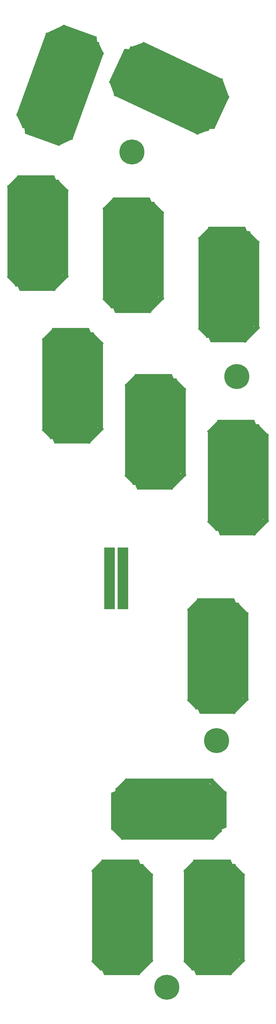
<source format=gbr>
G04 #@! TF.FileFunction,Soldermask,Top*
%FSLAX46Y46*%
G04 Gerber Fmt 4.6, Leading zero omitted, Abs format (unit mm)*
G04 Created by KiCad (PCBNEW 4.0.6) date 04/30/18 12:25:27*
%MOMM*%
%LPD*%
G01*
G04 APERTURE LIST*
%ADD10C,0.100000*%
%ADD11R,15.300000X1.400000*%
%ADD12R,1.400000X25.350000*%
%ADD13R,14.800000X1.400000*%
%ADD14R,1.400000X24.050000*%
%ADD15R,1.400000X15.300000*%
%ADD16R,25.350000X1.400000*%
%ADD17R,1.400000X14.800000*%
%ADD18R,24.050000X1.400000*%
%ADD19C,6.800000*%
%ADD20R,2.900000X1.550000*%
G04 APERTURE END LIST*
D10*
G36*
X32870600Y-60924529D02*
X43395158Y-64755155D01*
X42352514Y-65865513D01*
X32955588Y-62445311D01*
X32870600Y-60924529D01*
X32870600Y-60924529D01*
G37*
G36*
X32751755Y-58327247D02*
X46095391Y-63183933D01*
X45052747Y-64294291D01*
X32836743Y-59848029D01*
X32751755Y-58327247D01*
X32751755Y-58327247D01*
G37*
G36*
X32585927Y-55712863D02*
X46963224Y-60945771D01*
X46484395Y-62261341D01*
X32107098Y-57028433D01*
X32585927Y-55712863D01*
X32585927Y-55712863D01*
G37*
G36*
X53919016Y-41981081D02*
X39494734Y-36731072D01*
X40537378Y-35620715D01*
X53834028Y-40460300D01*
X53919016Y-41981081D01*
X53919016Y-41981081D01*
G37*
G36*
X35869321Y-46691814D02*
X50246618Y-51924722D01*
X49767789Y-53240292D01*
X35390492Y-48007384D01*
X35869321Y-46691814D01*
X35869321Y-46691814D01*
G37*
G36*
X35048472Y-48947077D02*
X49425769Y-54179985D01*
X48946940Y-55495555D01*
X34569643Y-50262647D01*
X35048472Y-48947077D01*
X35048472Y-48947077D01*
G37*
G36*
X33406776Y-53457601D02*
X47784073Y-58690509D01*
X47305244Y-60006079D01*
X32927947Y-54773171D01*
X33406776Y-53457601D01*
X33406776Y-53457601D01*
G37*
G36*
X34227624Y-51202339D02*
X48604921Y-56435247D01*
X48126092Y-57750817D01*
X33748795Y-52517909D01*
X34227624Y-51202339D01*
X34227624Y-51202339D01*
G37*
G36*
X37511017Y-42181290D02*
X51888314Y-47414198D01*
X51409485Y-48729768D01*
X37032188Y-43496860D01*
X37511017Y-42181290D01*
X37511017Y-42181290D01*
G37*
G36*
X36690169Y-44436552D02*
X51067466Y-49669460D01*
X50588637Y-50985030D01*
X36211340Y-45752122D01*
X36690169Y-44436552D01*
X36690169Y-44436552D01*
G37*
G36*
X38331866Y-39926027D02*
X52709163Y-45158935D01*
X52230334Y-46474505D01*
X37853037Y-41241597D01*
X38331866Y-39926027D01*
X38331866Y-39926027D01*
G37*
G36*
X39152714Y-37670765D02*
X53530011Y-42903673D01*
X53051182Y-44219243D01*
X38673885Y-38986335D01*
X39152714Y-37670765D01*
X39152714Y-37670765D01*
G37*
G36*
X46105794Y-63931941D02*
X42118040Y-65791462D01*
X41526374Y-64522631D01*
X45514128Y-62663110D01*
X46105794Y-63931941D01*
X46105794Y-63931941D01*
G37*
G36*
X45813139Y-64251797D02*
X44497569Y-63772969D01*
X53167779Y-39951761D01*
X54483349Y-40430589D01*
X45813139Y-64251797D01*
X45813139Y-64251797D01*
G37*
G36*
X53233599Y-41454945D02*
X51699918Y-38165954D01*
X52968749Y-37574289D01*
X54502430Y-40863280D01*
X53233599Y-41454945D01*
X53233599Y-41454945D01*
G37*
G36*
X53283340Y-39195689D02*
X42194967Y-35159851D01*
X43237611Y-34049493D01*
X53198353Y-37674907D01*
X53283340Y-39195689D01*
X53283340Y-39195689D01*
G37*
G36*
X31470733Y-56583979D02*
X45378183Y-61645877D01*
X44899355Y-62961447D01*
X30991905Y-57899549D01*
X31470733Y-56583979D01*
X31470733Y-56583979D01*
G37*
G36*
X33510417Y-49664283D02*
X47887714Y-54897191D01*
X47408885Y-56212761D01*
X33031588Y-50979853D01*
X33510417Y-49664283D01*
X33510417Y-49664283D01*
G37*
G36*
X32689569Y-51919546D02*
X47066866Y-57152454D01*
X46588037Y-58468024D01*
X32210740Y-53235116D01*
X32689569Y-51919546D01*
X32689569Y-51919546D01*
G37*
G36*
X31868720Y-54174808D02*
X46246017Y-59407716D01*
X45767188Y-60723286D01*
X31389891Y-55490378D01*
X31868720Y-54174808D01*
X31868720Y-54174808D01*
G37*
G36*
X34331265Y-47409021D02*
X48708562Y-52641929D01*
X48229733Y-53957499D01*
X33852436Y-48724591D01*
X34331265Y-47409021D01*
X34331265Y-47409021D01*
G37*
G36*
X35152114Y-45153759D02*
X49529411Y-50386667D01*
X49050582Y-51702237D01*
X34673285Y-46469329D01*
X35152114Y-45153759D01*
X35152114Y-45153759D01*
G37*
G36*
X35972962Y-42898497D02*
X50350259Y-48131405D01*
X49871430Y-49446975D01*
X35494133Y-44214067D01*
X35972962Y-42898497D01*
X35972962Y-42898497D01*
G37*
G36*
X36793810Y-40643234D02*
X51171107Y-45876142D01*
X50692278Y-47191712D01*
X36314981Y-41958804D01*
X36793810Y-40643234D01*
X36793810Y-40643234D01*
G37*
G36*
X37614659Y-38387972D02*
X51991956Y-43620880D01*
X51513127Y-44936450D01*
X37135830Y-39703542D01*
X37614659Y-38387972D01*
X37614659Y-38387972D01*
G37*
G36*
X52286991Y-42664087D02*
X38379541Y-37602189D01*
X38858369Y-36286619D01*
X52765819Y-41348517D01*
X52286991Y-42664087D01*
X52286991Y-42664087D01*
G37*
G36*
X52637992Y-40237815D02*
X40046111Y-35654745D01*
X41088755Y-34544387D01*
X52553005Y-38717033D01*
X52637992Y-40237815D01*
X52637992Y-40237815D01*
G37*
G36*
X32082916Y-59360823D02*
X43500182Y-63516368D01*
X42457538Y-64626725D01*
X32167904Y-60881605D01*
X32082916Y-59360823D01*
X32082916Y-59360823D01*
G37*
G36*
X31870599Y-56538074D02*
X33645596Y-60344567D01*
X32376765Y-60936232D01*
X30601768Y-57129739D01*
X31870599Y-56538074D01*
X31870599Y-56538074D01*
G37*
G36*
X38839539Y-34949543D02*
X40155109Y-35428371D01*
X31929525Y-58027979D01*
X30613955Y-57549151D01*
X38839539Y-34949543D01*
X38839539Y-34949543D01*
G37*
G36*
X52594324Y-37667894D02*
X42351674Y-33939874D01*
X43394318Y-32829516D01*
X52509336Y-36147112D01*
X52594324Y-37667894D01*
X52594324Y-37667894D01*
G37*
G36*
X38540508Y-35272373D02*
X43797093Y-32821187D01*
X44388758Y-34090017D01*
X39132173Y-36541203D01*
X38540508Y-35272373D01*
X38540508Y-35272373D01*
G37*
G36*
X61557302Y-39484033D02*
X56823977Y-49634680D01*
X55808717Y-48499230D01*
X60034900Y-39436152D01*
X61557302Y-39484033D01*
X61557302Y-39484033D01*
G37*
G36*
X64155058Y-39592009D02*
X58153879Y-52461580D01*
X57138619Y-51326130D01*
X62632656Y-39544129D01*
X64155058Y-39592009D01*
X64155058Y-39592009D01*
G37*
G36*
X66773946Y-39654670D02*
X60307887Y-53521179D01*
X59039056Y-52929514D01*
X65505115Y-39063005D01*
X66773946Y-39654670D01*
X66773946Y-39654670D01*
G37*
G36*
X78594173Y-62103383D02*
X85081364Y-48191559D01*
X86096624Y-49327009D01*
X80116575Y-62151264D01*
X78594173Y-62103383D01*
X78594173Y-62103383D01*
G37*
G36*
X75474501Y-43711805D02*
X69008442Y-57578314D01*
X67739611Y-56986649D01*
X74205670Y-43120140D01*
X75474501Y-43711805D01*
X75474501Y-43711805D01*
G37*
G36*
X73299362Y-42697521D02*
X66833303Y-56564030D01*
X65564472Y-55972365D01*
X72030531Y-42105856D01*
X73299362Y-42697521D01*
X73299362Y-42697521D01*
G37*
G36*
X68949085Y-40668953D02*
X62483026Y-54535462D01*
X61214195Y-53943797D01*
X67680254Y-40077288D01*
X68949085Y-40668953D01*
X68949085Y-40668953D01*
G37*
G36*
X71124224Y-41683237D02*
X64658165Y-55549746D01*
X63389334Y-54958081D01*
X69855393Y-41091572D01*
X71124224Y-41683237D01*
X71124224Y-41683237D01*
G37*
G36*
X79824778Y-45740373D02*
X73358719Y-59606882D01*
X72089888Y-59015217D01*
X78555947Y-45148708D01*
X79824778Y-45740373D01*
X79824778Y-45740373D01*
G37*
G36*
X77649640Y-44726089D02*
X71183581Y-58592598D01*
X69914750Y-58000933D01*
X76380809Y-44134424D01*
X77649640Y-44726089D01*
X77649640Y-44726089D01*
G37*
G36*
X81999917Y-46754656D02*
X75533858Y-60621165D01*
X74265027Y-60029500D01*
X80731086Y-46162991D01*
X81999917Y-46754656D01*
X81999917Y-46754656D01*
G37*
G36*
X84175056Y-47768940D02*
X77708997Y-61635449D01*
X76440166Y-61043784D01*
X82906225Y-47177275D01*
X84175056Y-47768940D01*
X84175056Y-47768940D01*
G37*
G36*
X57407810Y-52406750D02*
X55902922Y-48272102D01*
X57218492Y-47793274D01*
X58723380Y-51927922D01*
X57407810Y-52406750D01*
X57407810Y-52406750D01*
G37*
G36*
X57114679Y-52087330D02*
X57706345Y-50818499D01*
X80681247Y-61531872D01*
X80089581Y-62800703D01*
X57114679Y-52087330D01*
X57114679Y-52087330D01*
G37*
G36*
X79178046Y-61466431D02*
X82588190Y-60225240D01*
X83067018Y-61540809D01*
X79656874Y-62782000D01*
X79178046Y-61466431D01*
X79178046Y-61466431D01*
G37*
G36*
X81424371Y-61712890D02*
X86411266Y-51018458D01*
X87426526Y-52153909D01*
X82946773Y-61760771D01*
X81424371Y-61712890D01*
X81424371Y-61712890D01*
G37*
G36*
X66003341Y-38467797D02*
X59748590Y-51881152D01*
X58479759Y-51289487D01*
X64734510Y-37876132D01*
X66003341Y-38467797D01*
X66003341Y-38467797D01*
G37*
G36*
X72718935Y-41102810D02*
X66252876Y-54969319D01*
X64984045Y-54377654D01*
X71450104Y-40511145D01*
X72718935Y-41102810D01*
X72718935Y-41102810D01*
G37*
G36*
X70543796Y-40088526D02*
X64077737Y-53955035D01*
X62808906Y-53363370D01*
X69274965Y-39496861D01*
X70543796Y-40088526D01*
X70543796Y-40088526D01*
G37*
G36*
X68368658Y-39074242D02*
X61902599Y-52940751D01*
X60633768Y-52349086D01*
X67099827Y-38482577D01*
X68368658Y-39074242D01*
X68368658Y-39074242D01*
G37*
G36*
X74894074Y-42117094D02*
X68428015Y-55983603D01*
X67159184Y-55391938D01*
X73625243Y-41525429D01*
X74894074Y-42117094D01*
X74894074Y-42117094D01*
G37*
G36*
X77069212Y-43131377D02*
X70603153Y-56997886D01*
X69334322Y-56406221D01*
X75800381Y-42539712D01*
X77069212Y-43131377D01*
X77069212Y-43131377D01*
G37*
G36*
X79244351Y-44145661D02*
X72778292Y-58012170D01*
X71509461Y-57420505D01*
X77975520Y-43553996D01*
X79244351Y-44145661D01*
X79244351Y-44145661D01*
G37*
G36*
X81419490Y-45159945D02*
X74953431Y-59026454D01*
X73684600Y-58434789D01*
X80150659Y-44568280D01*
X81419490Y-45159945D01*
X81419490Y-45159945D01*
G37*
G36*
X83594628Y-46174229D02*
X77128569Y-60040738D01*
X75859738Y-59449073D01*
X82325797Y-45582564D01*
X83594628Y-46174229D01*
X83594628Y-46174229D01*
G37*
G36*
X78056007Y-60418041D02*
X84310758Y-47004686D01*
X85579589Y-47596351D01*
X79324838Y-61009706D01*
X78056007Y-60418041D01*
X78056007Y-60418041D01*
G37*
G36*
X80442455Y-60979171D02*
X86105540Y-48834647D01*
X87120800Y-49970097D01*
X81964857Y-61027052D01*
X80442455Y-60979171D01*
X80442455Y-60979171D01*
G37*
G36*
X63183709Y-38835633D02*
X58048898Y-49847273D01*
X57033638Y-48711822D01*
X61661308Y-38787752D01*
X63183709Y-38835633D01*
X63183709Y-38835633D01*
G37*
G36*
X66014221Y-38870143D02*
X62067512Y-40306627D01*
X61588683Y-38991057D01*
X65535392Y-37554573D01*
X66014221Y-38870143D01*
X66014221Y-38870143D01*
G37*
G36*
X86913217Y-47694128D02*
X86321551Y-48962959D01*
X64524849Y-38798990D01*
X65116515Y-37530159D01*
X86913217Y-47694128D01*
X86913217Y-47694128D01*
G37*
G36*
X83006403Y-61159652D02*
X87612942Y-51280897D01*
X88628202Y-52416347D01*
X84528805Y-61207533D01*
X83006403Y-61159652D01*
X83006403Y-61159652D01*
G37*
G36*
X86617679Y-47368097D02*
X88601396Y-52818314D01*
X87285827Y-53297143D01*
X85302110Y-47846926D01*
X86617679Y-47368097D01*
X86617679Y-47368097D01*
G37*
G36*
X41500000Y-75200000D02*
X30300000Y-75200000D01*
X30900000Y-73800000D01*
X40900000Y-73800000D01*
X41500000Y-75200000D01*
X41500000Y-75200000D01*
G37*
G36*
X42500000Y-77600000D02*
X28300000Y-77600000D01*
X28900000Y-76200000D01*
X41900000Y-76200000D01*
X42500000Y-77600000D01*
X42500000Y-77600000D01*
G37*
D11*
X35900000Y-79300000D03*
D10*
G36*
X28200000Y-100200000D02*
X43550000Y-100200000D01*
X42950000Y-101600000D01*
X28800000Y-101600000D01*
X28200000Y-100200000D01*
X28200000Y-100200000D01*
G37*
D11*
X35900000Y-88900000D03*
X35900000Y-86500000D03*
X35900000Y-81700000D03*
X35900000Y-84100000D03*
X35900000Y-93700000D03*
X35900000Y-91300000D03*
X35900000Y-96100000D03*
X35900000Y-98500000D03*
D10*
G36*
X28034390Y-76900660D02*
X31145660Y-73789390D01*
X32135610Y-74779340D01*
X29024340Y-77890610D01*
X28034390Y-76900660D01*
X28034390Y-76900660D01*
G37*
D12*
X28900000Y-89175000D03*
D10*
G36*
X29024029Y-100459980D02*
X31590120Y-103026071D01*
X30600171Y-104016020D01*
X28034080Y-101449929D01*
X29024029Y-100459980D01*
X29024029Y-100459980D01*
G37*
G36*
X29750000Y-102600000D02*
X41550000Y-102600000D01*
X40950000Y-104000000D01*
X30350000Y-104000000D01*
X29750000Y-102600000D01*
X29750000Y-102600000D01*
G37*
D13*
X36900000Y-78100000D03*
D11*
X37100000Y-85300000D03*
X37100000Y-82900000D03*
X37100000Y-80500000D03*
X37100000Y-87700000D03*
X37100000Y-90100000D03*
X37100000Y-92500000D03*
X37100000Y-94900000D03*
X37100000Y-97300000D03*
D13*
X36900000Y-99700000D03*
D10*
G36*
X30000000Y-101400000D02*
X43400000Y-101400000D01*
X42800000Y-102800000D01*
X30600000Y-102800000D01*
X30000000Y-101400000D01*
X30000000Y-101400000D01*
G37*
G36*
X42775000Y-76400000D02*
X30625000Y-76400000D01*
X31225000Y-75000000D01*
X42175000Y-75000000D01*
X42775000Y-76400000D01*
X42775000Y-76400000D01*
G37*
G36*
X43939949Y-78979899D02*
X40970101Y-76010051D01*
X41960051Y-75020101D01*
X44929899Y-77989949D01*
X43939949Y-78979899D01*
X43939949Y-78979899D01*
G37*
D14*
X44075000Y-89625000D03*
D10*
G36*
X30920000Y-103800000D02*
X41820000Y-103800000D01*
X41220000Y-105200000D01*
X31520000Y-105200000D01*
X30920000Y-103800000D01*
X30920000Y-103800000D01*
G37*
G36*
X44945584Y-101244365D02*
X40844365Y-105345584D01*
X39854416Y-104355635D01*
X43955635Y-100254416D01*
X44945584Y-101244365D01*
X44945584Y-101244365D01*
G37*
G36*
X67500000Y-81200000D02*
X56300000Y-81200000D01*
X56900000Y-79800000D01*
X66900000Y-79800000D01*
X67500000Y-81200000D01*
X67500000Y-81200000D01*
G37*
G36*
X68500000Y-83600000D02*
X54300000Y-83600000D01*
X54900000Y-82200000D01*
X67900000Y-82200000D01*
X68500000Y-83600000D01*
X68500000Y-83600000D01*
G37*
D11*
X61900000Y-85300000D03*
D10*
G36*
X54200000Y-106200000D02*
X69550000Y-106200000D01*
X68950000Y-107600000D01*
X54800000Y-107600000D01*
X54200000Y-106200000D01*
X54200000Y-106200000D01*
G37*
D11*
X61900000Y-94900000D03*
X61900000Y-92500000D03*
X61900000Y-87700000D03*
X61900000Y-90100000D03*
X61900000Y-99700000D03*
X61900000Y-97300000D03*
X61900000Y-102100000D03*
X61900000Y-104500000D03*
D10*
G36*
X54034390Y-82900660D02*
X57145660Y-79789390D01*
X58135610Y-80779340D01*
X55024340Y-83890610D01*
X54034390Y-82900660D01*
X54034390Y-82900660D01*
G37*
D12*
X54900000Y-95175000D03*
D10*
G36*
X55024029Y-106459980D02*
X57590120Y-109026071D01*
X56600171Y-110016020D01*
X54034080Y-107449929D01*
X55024029Y-106459980D01*
X55024029Y-106459980D01*
G37*
G36*
X55750000Y-108600000D02*
X67550000Y-108600000D01*
X66950000Y-110000000D01*
X56350000Y-110000000D01*
X55750000Y-108600000D01*
X55750000Y-108600000D01*
G37*
D13*
X62900000Y-84100000D03*
D11*
X63100000Y-91300000D03*
X63100000Y-88900000D03*
X63100000Y-86500000D03*
X63100000Y-93700000D03*
X63100000Y-96100000D03*
X63100000Y-98500000D03*
X63100000Y-100900000D03*
X63100000Y-103300000D03*
D13*
X62900000Y-105700000D03*
D10*
G36*
X56000000Y-107400000D02*
X69400000Y-107400000D01*
X68800000Y-108800000D01*
X56600000Y-108800000D01*
X56000000Y-107400000D01*
X56000000Y-107400000D01*
G37*
G36*
X68775000Y-82400000D02*
X56625000Y-82400000D01*
X57225000Y-81000000D01*
X68175000Y-81000000D01*
X68775000Y-82400000D01*
X68775000Y-82400000D01*
G37*
G36*
X69939949Y-84979899D02*
X66970101Y-82010051D01*
X67960051Y-81020101D01*
X70929899Y-83989949D01*
X69939949Y-84979899D01*
X69939949Y-84979899D01*
G37*
D14*
X70075000Y-95625000D03*
D10*
G36*
X56920000Y-109800000D02*
X67820000Y-109800000D01*
X67220000Y-111200000D01*
X57520000Y-111200000D01*
X56920000Y-109800000D01*
X56920000Y-109800000D01*
G37*
G36*
X70945584Y-107244365D02*
X66844365Y-111345584D01*
X65854416Y-110355635D01*
X69955635Y-106254416D01*
X70945584Y-107244365D01*
X70945584Y-107244365D01*
G37*
G36*
X93500000Y-89200000D02*
X82300000Y-89200000D01*
X82900000Y-87800000D01*
X92900000Y-87800000D01*
X93500000Y-89200000D01*
X93500000Y-89200000D01*
G37*
G36*
X94500000Y-91600000D02*
X80300000Y-91600000D01*
X80900000Y-90200000D01*
X93900000Y-90200000D01*
X94500000Y-91600000D01*
X94500000Y-91600000D01*
G37*
D11*
X87900000Y-93300000D03*
D10*
G36*
X80200000Y-114200000D02*
X95550000Y-114200000D01*
X94950000Y-115600000D01*
X80800000Y-115600000D01*
X80200000Y-114200000D01*
X80200000Y-114200000D01*
G37*
D11*
X87900000Y-102900000D03*
X87900000Y-100500000D03*
X87900000Y-95700000D03*
X87900000Y-98100000D03*
X87900000Y-107700000D03*
X87900000Y-105300000D03*
X87900000Y-110100000D03*
X87900000Y-112500000D03*
D10*
G36*
X80034390Y-90900660D02*
X83145660Y-87789390D01*
X84135610Y-88779340D01*
X81024340Y-91890610D01*
X80034390Y-90900660D01*
X80034390Y-90900660D01*
G37*
D12*
X80900000Y-103175000D03*
D10*
G36*
X81024029Y-114459980D02*
X83590120Y-117026071D01*
X82600171Y-118016020D01*
X80034080Y-115449929D01*
X81024029Y-114459980D01*
X81024029Y-114459980D01*
G37*
G36*
X81750000Y-116600000D02*
X93550000Y-116600000D01*
X92950000Y-118000000D01*
X82350000Y-118000000D01*
X81750000Y-116600000D01*
X81750000Y-116600000D01*
G37*
D13*
X88900000Y-92100000D03*
D11*
X89100000Y-99300000D03*
X89100000Y-96900000D03*
X89100000Y-94500000D03*
X89100000Y-101700000D03*
X89100000Y-104100000D03*
X89100000Y-106500000D03*
X89100000Y-108900000D03*
X89100000Y-111300000D03*
D13*
X88900000Y-113700000D03*
D10*
G36*
X82000000Y-115400000D02*
X95400000Y-115400000D01*
X94800000Y-116800000D01*
X82600000Y-116800000D01*
X82000000Y-115400000D01*
X82000000Y-115400000D01*
G37*
G36*
X94775000Y-90400000D02*
X82625000Y-90400000D01*
X83225000Y-89000000D01*
X94175000Y-89000000D01*
X94775000Y-90400000D01*
X94775000Y-90400000D01*
G37*
G36*
X95939949Y-92979899D02*
X92970101Y-90010051D01*
X93960051Y-89020101D01*
X96929899Y-91989949D01*
X95939949Y-92979899D01*
X95939949Y-92979899D01*
G37*
D14*
X96075000Y-103625000D03*
D10*
G36*
X82920000Y-117800000D02*
X93820000Y-117800000D01*
X93220000Y-119200000D01*
X83520000Y-119200000D01*
X82920000Y-117800000D01*
X82920000Y-117800000D01*
G37*
G36*
X96945584Y-115244365D02*
X92844365Y-119345584D01*
X91854416Y-118355635D01*
X95955635Y-114254416D01*
X96945584Y-115244365D01*
X96945584Y-115244365D01*
G37*
G36*
X51000000Y-116700000D02*
X39800000Y-116700000D01*
X40400000Y-115300000D01*
X50400000Y-115300000D01*
X51000000Y-116700000D01*
X51000000Y-116700000D01*
G37*
G36*
X52000000Y-119100000D02*
X37800000Y-119100000D01*
X38400000Y-117700000D01*
X51400000Y-117700000D01*
X52000000Y-119100000D01*
X52000000Y-119100000D01*
G37*
D11*
X45400000Y-120800000D03*
D10*
G36*
X37700000Y-141700000D02*
X53050000Y-141700000D01*
X52450000Y-143100000D01*
X38300000Y-143100000D01*
X37700000Y-141700000D01*
X37700000Y-141700000D01*
G37*
D11*
X45400000Y-130400000D03*
X45400000Y-128000000D03*
X45400000Y-123200000D03*
X45400000Y-125600000D03*
X45400000Y-135200000D03*
X45400000Y-132800000D03*
X45400000Y-137600000D03*
X45400000Y-140000000D03*
D10*
G36*
X37534390Y-118400660D02*
X40645660Y-115289390D01*
X41635610Y-116279340D01*
X38524340Y-119390610D01*
X37534390Y-118400660D01*
X37534390Y-118400660D01*
G37*
D12*
X38400000Y-130675000D03*
D10*
G36*
X38524029Y-141959980D02*
X41090120Y-144526071D01*
X40100171Y-145516020D01*
X37534080Y-142949929D01*
X38524029Y-141959980D01*
X38524029Y-141959980D01*
G37*
G36*
X39250000Y-144100000D02*
X51050000Y-144100000D01*
X50450000Y-145500000D01*
X39850000Y-145500000D01*
X39250000Y-144100000D01*
X39250000Y-144100000D01*
G37*
D13*
X46400000Y-119600000D03*
D11*
X46600000Y-126800000D03*
X46600000Y-124400000D03*
X46600000Y-122000000D03*
X46600000Y-129200000D03*
X46600000Y-131600000D03*
X46600000Y-134000000D03*
X46600000Y-136400000D03*
X46600000Y-138800000D03*
D13*
X46400000Y-141200000D03*
D10*
G36*
X39500000Y-142900000D02*
X52900000Y-142900000D01*
X52300000Y-144300000D01*
X40100000Y-144300000D01*
X39500000Y-142900000D01*
X39500000Y-142900000D01*
G37*
G36*
X52275000Y-117900000D02*
X40125000Y-117900000D01*
X40725000Y-116500000D01*
X51675000Y-116500000D01*
X52275000Y-117900000D01*
X52275000Y-117900000D01*
G37*
G36*
X53439949Y-120479899D02*
X50470101Y-117510051D01*
X51460051Y-116520101D01*
X54429899Y-119489949D01*
X53439949Y-120479899D01*
X53439949Y-120479899D01*
G37*
D14*
X53575000Y-131125000D03*
D10*
G36*
X40420000Y-145300000D02*
X51320000Y-145300000D01*
X50720000Y-146700000D01*
X41020000Y-146700000D01*
X40420000Y-145300000D01*
X40420000Y-145300000D01*
G37*
G36*
X54445584Y-142744365D02*
X50344365Y-146845584D01*
X49354416Y-145855635D01*
X53455635Y-141754416D01*
X54445584Y-142744365D01*
X54445584Y-142744365D01*
G37*
G36*
X73500000Y-129200000D02*
X62300000Y-129200000D01*
X62900000Y-127800000D01*
X72900000Y-127800000D01*
X73500000Y-129200000D01*
X73500000Y-129200000D01*
G37*
G36*
X74500000Y-131600000D02*
X60300000Y-131600000D01*
X60900000Y-130200000D01*
X73900000Y-130200000D01*
X74500000Y-131600000D01*
X74500000Y-131600000D01*
G37*
D11*
X67900000Y-133300000D03*
D10*
G36*
X60200000Y-154200000D02*
X75550000Y-154200000D01*
X74950000Y-155600000D01*
X60800000Y-155600000D01*
X60200000Y-154200000D01*
X60200000Y-154200000D01*
G37*
D11*
X67900000Y-142900000D03*
X67900000Y-140500000D03*
X67900000Y-135700000D03*
X67900000Y-138100000D03*
X67900000Y-147700000D03*
X67900000Y-145300000D03*
X67900000Y-150100000D03*
X67900000Y-152500000D03*
D10*
G36*
X60034390Y-130900660D02*
X63145660Y-127789390D01*
X64135610Y-128779340D01*
X61024340Y-131890610D01*
X60034390Y-130900660D01*
X60034390Y-130900660D01*
G37*
D12*
X60900000Y-143175000D03*
D10*
G36*
X61024029Y-154459980D02*
X63590120Y-157026071D01*
X62600171Y-158016020D01*
X60034080Y-155449929D01*
X61024029Y-154459980D01*
X61024029Y-154459980D01*
G37*
G36*
X61750000Y-156600000D02*
X73550000Y-156600000D01*
X72950000Y-158000000D01*
X62350000Y-158000000D01*
X61750000Y-156600000D01*
X61750000Y-156600000D01*
G37*
D13*
X68900000Y-132100000D03*
D11*
X69100000Y-139300000D03*
X69100000Y-136900000D03*
X69100000Y-134500000D03*
X69100000Y-141700000D03*
X69100000Y-144100000D03*
X69100000Y-146500000D03*
X69100000Y-148900000D03*
X69100000Y-151300000D03*
D13*
X68900000Y-153700000D03*
D10*
G36*
X62000000Y-155400000D02*
X75400000Y-155400000D01*
X74800000Y-156800000D01*
X62600000Y-156800000D01*
X62000000Y-155400000D01*
X62000000Y-155400000D01*
G37*
G36*
X74775000Y-130400000D02*
X62625000Y-130400000D01*
X63225000Y-129000000D01*
X74175000Y-129000000D01*
X74775000Y-130400000D01*
X74775000Y-130400000D01*
G37*
G36*
X75939949Y-132979899D02*
X72970101Y-130010051D01*
X73960051Y-129020101D01*
X76929899Y-131989949D01*
X75939949Y-132979899D01*
X75939949Y-132979899D01*
G37*
D14*
X76075000Y-143625000D03*
D10*
G36*
X62920000Y-157800000D02*
X73820000Y-157800000D01*
X73220000Y-159200000D01*
X63520000Y-159200000D01*
X62920000Y-157800000D01*
X62920000Y-157800000D01*
G37*
G36*
X76945584Y-155244365D02*
X72844365Y-159345584D01*
X71854416Y-158355635D01*
X75955635Y-154254416D01*
X76945584Y-155244365D01*
X76945584Y-155244365D01*
G37*
G36*
X96000000Y-141700000D02*
X84800000Y-141700000D01*
X85400000Y-140300000D01*
X95400000Y-140300000D01*
X96000000Y-141700000D01*
X96000000Y-141700000D01*
G37*
G36*
X97000000Y-144100000D02*
X82800000Y-144100000D01*
X83400000Y-142700000D01*
X96400000Y-142700000D01*
X97000000Y-144100000D01*
X97000000Y-144100000D01*
G37*
D11*
X90400000Y-145800000D03*
D10*
G36*
X82700000Y-166700000D02*
X98050000Y-166700000D01*
X97450000Y-168100000D01*
X83300000Y-168100000D01*
X82700000Y-166700000D01*
X82700000Y-166700000D01*
G37*
D11*
X90400000Y-155400000D03*
X90400000Y-153000000D03*
X90400000Y-148200000D03*
X90400000Y-150600000D03*
X90400000Y-160200000D03*
X90400000Y-157800000D03*
X90400000Y-162600000D03*
X90400000Y-165000000D03*
D10*
G36*
X82534390Y-143400660D02*
X85645660Y-140289390D01*
X86635610Y-141279340D01*
X83524340Y-144390610D01*
X82534390Y-143400660D01*
X82534390Y-143400660D01*
G37*
D12*
X83400000Y-155675000D03*
D10*
G36*
X83524029Y-166959980D02*
X86090120Y-169526071D01*
X85100171Y-170516020D01*
X82534080Y-167949929D01*
X83524029Y-166959980D01*
X83524029Y-166959980D01*
G37*
G36*
X84250000Y-169100000D02*
X96050000Y-169100000D01*
X95450000Y-170500000D01*
X84850000Y-170500000D01*
X84250000Y-169100000D01*
X84250000Y-169100000D01*
G37*
D13*
X91400000Y-144600000D03*
D11*
X91600000Y-151800000D03*
X91600000Y-149400000D03*
X91600000Y-147000000D03*
X91600000Y-154200000D03*
X91600000Y-156600000D03*
X91600000Y-159000000D03*
X91600000Y-161400000D03*
X91600000Y-163800000D03*
D13*
X91400000Y-166200000D03*
D10*
G36*
X84500000Y-167900000D02*
X97900000Y-167900000D01*
X97300000Y-169300000D01*
X85100000Y-169300000D01*
X84500000Y-167900000D01*
X84500000Y-167900000D01*
G37*
G36*
X97275000Y-142900000D02*
X85125000Y-142900000D01*
X85725000Y-141500000D01*
X96675000Y-141500000D01*
X97275000Y-142900000D01*
X97275000Y-142900000D01*
G37*
G36*
X98439949Y-145479899D02*
X95470101Y-142510051D01*
X96460051Y-141520101D01*
X99429899Y-144489949D01*
X98439949Y-145479899D01*
X98439949Y-145479899D01*
G37*
D14*
X98575000Y-156125000D03*
D10*
G36*
X85420000Y-170300000D02*
X96320000Y-170300000D01*
X95720000Y-171700000D01*
X86020000Y-171700000D01*
X85420000Y-170300000D01*
X85420000Y-170300000D01*
G37*
G36*
X99445584Y-167744365D02*
X95344365Y-171845584D01*
X94354416Y-170855635D01*
X98455635Y-166754416D01*
X99445584Y-167744365D01*
X99445584Y-167744365D01*
G37*
G36*
X90500000Y-190200000D02*
X79300000Y-190200000D01*
X79900000Y-188800000D01*
X89900000Y-188800000D01*
X90500000Y-190200000D01*
X90500000Y-190200000D01*
G37*
G36*
X91500000Y-192600000D02*
X77300000Y-192600000D01*
X77900000Y-191200000D01*
X90900000Y-191200000D01*
X91500000Y-192600000D01*
X91500000Y-192600000D01*
G37*
D11*
X84900000Y-194300000D03*
D10*
G36*
X77200000Y-215200000D02*
X92550000Y-215200000D01*
X91950000Y-216600000D01*
X77800000Y-216600000D01*
X77200000Y-215200000D01*
X77200000Y-215200000D01*
G37*
D11*
X84900000Y-203900000D03*
X84900000Y-201500000D03*
X84900000Y-196700000D03*
X84900000Y-199100000D03*
X84900000Y-208700000D03*
X84900000Y-206300000D03*
X84900000Y-211100000D03*
X84900000Y-213500000D03*
D10*
G36*
X77034390Y-191900660D02*
X80145660Y-188789390D01*
X81135610Y-189779340D01*
X78024340Y-192890610D01*
X77034390Y-191900660D01*
X77034390Y-191900660D01*
G37*
D12*
X77900000Y-204175000D03*
D10*
G36*
X78024029Y-215459980D02*
X80590120Y-218026071D01*
X79600171Y-219016020D01*
X77034080Y-216449929D01*
X78024029Y-215459980D01*
X78024029Y-215459980D01*
G37*
G36*
X78750000Y-217600000D02*
X90550000Y-217600000D01*
X89950000Y-219000000D01*
X79350000Y-219000000D01*
X78750000Y-217600000D01*
X78750000Y-217600000D01*
G37*
D13*
X85900000Y-193100000D03*
D11*
X86100000Y-200300000D03*
X86100000Y-197900000D03*
X86100000Y-195500000D03*
X86100000Y-202700000D03*
X86100000Y-205100000D03*
X86100000Y-207500000D03*
X86100000Y-209900000D03*
X86100000Y-212300000D03*
D13*
X85900000Y-214700000D03*
D10*
G36*
X79000000Y-216400000D02*
X92400000Y-216400000D01*
X91800000Y-217800000D01*
X79600000Y-217800000D01*
X79000000Y-216400000D01*
X79000000Y-216400000D01*
G37*
G36*
X91775000Y-191400000D02*
X79625000Y-191400000D01*
X80225000Y-190000000D01*
X91175000Y-190000000D01*
X91775000Y-191400000D01*
X91775000Y-191400000D01*
G37*
G36*
X92939949Y-193979899D02*
X89970101Y-191010051D01*
X90960051Y-190020101D01*
X93929899Y-192989949D01*
X92939949Y-193979899D01*
X92939949Y-193979899D01*
G37*
D14*
X93075000Y-204625000D03*
D10*
G36*
X79920000Y-218800000D02*
X90820000Y-218800000D01*
X90220000Y-220200000D01*
X80520000Y-220200000D01*
X79920000Y-218800000D01*
X79920000Y-218800000D01*
G37*
G36*
X93945584Y-216244365D02*
X89844365Y-220345584D01*
X88854416Y-219355635D01*
X92955635Y-215254416D01*
X93945584Y-216244365D01*
X93945584Y-216244365D01*
G37*
G36*
X57800000Y-241100000D02*
X57800000Y-252300000D01*
X56400000Y-251700000D01*
X56400000Y-241700000D01*
X57800000Y-241100000D01*
X57800000Y-241100000D01*
G37*
G36*
X60200000Y-240100000D02*
X60200000Y-254300000D01*
X58800000Y-253700000D01*
X58800000Y-240700000D01*
X60200000Y-240100000D01*
X60200000Y-240100000D01*
G37*
D15*
X61900000Y-246700000D03*
D10*
G36*
X82800000Y-254400000D02*
X82800000Y-239050000D01*
X84200000Y-239650000D01*
X84200000Y-253800000D01*
X82800000Y-254400000D01*
X82800000Y-254400000D01*
G37*
D15*
X71500000Y-246700000D03*
X69100000Y-246700000D03*
X64300000Y-246700000D03*
X66700000Y-246700000D03*
X76300000Y-246700000D03*
X73900000Y-246700000D03*
X78700000Y-246700000D03*
X81100000Y-246700000D03*
D10*
G36*
X59500660Y-254565610D02*
X56389390Y-251454340D01*
X57379340Y-250464390D01*
X60490610Y-253575660D01*
X59500660Y-254565610D01*
X59500660Y-254565610D01*
G37*
D16*
X71775000Y-253700000D03*
D10*
G36*
X83059980Y-253575971D02*
X85626071Y-251009880D01*
X86616020Y-251999829D01*
X84049929Y-254565920D01*
X83059980Y-253575971D01*
X83059980Y-253575971D01*
G37*
G36*
X85200000Y-252850000D02*
X85200000Y-241050000D01*
X86600000Y-241650000D01*
X86600000Y-252250000D01*
X85200000Y-252850000D01*
X85200000Y-252850000D01*
G37*
D17*
X60700000Y-245700000D03*
D15*
X67900000Y-245500000D03*
X65500000Y-245500000D03*
X63100000Y-245500000D03*
X70300000Y-245500000D03*
X72700000Y-245500000D03*
X75100000Y-245500000D03*
X77500000Y-245500000D03*
X79900000Y-245500000D03*
D17*
X82300000Y-245700000D03*
D10*
G36*
X84000000Y-252600000D02*
X84000000Y-239200000D01*
X85400000Y-239800000D01*
X85400000Y-252000000D01*
X84000000Y-252600000D01*
X84000000Y-252600000D01*
G37*
G36*
X59000000Y-239825000D02*
X59000000Y-251975000D01*
X57600000Y-251375000D01*
X57600000Y-240425000D01*
X59000000Y-239825000D01*
X59000000Y-239825000D01*
G37*
G36*
X61579899Y-238660051D02*
X58610051Y-241629899D01*
X57620101Y-240639949D01*
X60589949Y-237670101D01*
X61579899Y-238660051D01*
X61579899Y-238660051D01*
G37*
D18*
X72225000Y-238525000D03*
D10*
G36*
X86400000Y-251680000D02*
X86400000Y-240780000D01*
X87800000Y-241380000D01*
X87800000Y-251080000D01*
X86400000Y-251680000D01*
X86400000Y-251680000D01*
G37*
G36*
X83844365Y-237654416D02*
X87945584Y-241755635D01*
X86955635Y-242745584D01*
X82854416Y-238644365D01*
X83844365Y-237654416D01*
X83844365Y-237654416D01*
G37*
G36*
X89500000Y-261200000D02*
X78300000Y-261200000D01*
X78900000Y-259800000D01*
X88900000Y-259800000D01*
X89500000Y-261200000D01*
X89500000Y-261200000D01*
G37*
G36*
X90500000Y-263600000D02*
X76300000Y-263600000D01*
X76900000Y-262200000D01*
X89900000Y-262200000D01*
X90500000Y-263600000D01*
X90500000Y-263600000D01*
G37*
D11*
X83900000Y-265300000D03*
D10*
G36*
X76200000Y-286200000D02*
X91550000Y-286200000D01*
X90950000Y-287600000D01*
X76800000Y-287600000D01*
X76200000Y-286200000D01*
X76200000Y-286200000D01*
G37*
D11*
X83900000Y-274900000D03*
X83900000Y-272500000D03*
X83900000Y-267700000D03*
X83900000Y-270100000D03*
X83900000Y-279700000D03*
X83900000Y-277300000D03*
X83900000Y-282100000D03*
X83900000Y-284500000D03*
D10*
G36*
X76034390Y-262900660D02*
X79145660Y-259789390D01*
X80135610Y-260779340D01*
X77024340Y-263890610D01*
X76034390Y-262900660D01*
X76034390Y-262900660D01*
G37*
D12*
X76900000Y-275175000D03*
D10*
G36*
X77024029Y-286459980D02*
X79590120Y-289026071D01*
X78600171Y-290016020D01*
X76034080Y-287449929D01*
X77024029Y-286459980D01*
X77024029Y-286459980D01*
G37*
G36*
X77750000Y-288600000D02*
X89550000Y-288600000D01*
X88950000Y-290000000D01*
X78350000Y-290000000D01*
X77750000Y-288600000D01*
X77750000Y-288600000D01*
G37*
D13*
X84900000Y-264100000D03*
D11*
X85100000Y-271300000D03*
X85100000Y-268900000D03*
X85100000Y-266500000D03*
X85100000Y-273700000D03*
X85100000Y-276100000D03*
X85100000Y-278500000D03*
X85100000Y-280900000D03*
X85100000Y-283300000D03*
D13*
X84900000Y-285700000D03*
D10*
G36*
X78000000Y-287400000D02*
X91400000Y-287400000D01*
X90800000Y-288800000D01*
X78600000Y-288800000D01*
X78000000Y-287400000D01*
X78000000Y-287400000D01*
G37*
G36*
X90775000Y-262400000D02*
X78625000Y-262400000D01*
X79225000Y-261000000D01*
X90175000Y-261000000D01*
X90775000Y-262400000D01*
X90775000Y-262400000D01*
G37*
G36*
X91939949Y-264979899D02*
X88970101Y-262010051D01*
X89960051Y-261020101D01*
X92929899Y-263989949D01*
X91939949Y-264979899D01*
X91939949Y-264979899D01*
G37*
D14*
X92075000Y-275625000D03*
D10*
G36*
X78920000Y-289800000D02*
X89820000Y-289800000D01*
X89220000Y-291200000D01*
X79520000Y-291200000D01*
X78920000Y-289800000D01*
X78920000Y-289800000D01*
G37*
G36*
X92945584Y-287244365D02*
X88844365Y-291345584D01*
X87854416Y-290355635D01*
X91955635Y-286254416D01*
X92945584Y-287244365D01*
X92945584Y-287244365D01*
G37*
G36*
X64500000Y-261200000D02*
X53300000Y-261200000D01*
X53900000Y-259800000D01*
X63900000Y-259800000D01*
X64500000Y-261200000D01*
X64500000Y-261200000D01*
G37*
G36*
X65500000Y-263600000D02*
X51300000Y-263600000D01*
X51900000Y-262200000D01*
X64900000Y-262200000D01*
X65500000Y-263600000D01*
X65500000Y-263600000D01*
G37*
D11*
X58900000Y-265300000D03*
D10*
G36*
X51200000Y-286200000D02*
X66550000Y-286200000D01*
X65950000Y-287600000D01*
X51800000Y-287600000D01*
X51200000Y-286200000D01*
X51200000Y-286200000D01*
G37*
D11*
X58900000Y-274900000D03*
X58900000Y-272500000D03*
X58900000Y-267700000D03*
X58900000Y-270100000D03*
X58900000Y-279700000D03*
X58900000Y-277300000D03*
X58900000Y-282100000D03*
X58900000Y-284500000D03*
D10*
G36*
X51034390Y-262900660D02*
X54145660Y-259789390D01*
X55135610Y-260779340D01*
X52024340Y-263890610D01*
X51034390Y-262900660D01*
X51034390Y-262900660D01*
G37*
D12*
X51900000Y-275175000D03*
D10*
G36*
X52024029Y-286459980D02*
X54590120Y-289026071D01*
X53600171Y-290016020D01*
X51034080Y-287449929D01*
X52024029Y-286459980D01*
X52024029Y-286459980D01*
G37*
G36*
X52750000Y-288600000D02*
X64550000Y-288600000D01*
X63950000Y-290000000D01*
X53350000Y-290000000D01*
X52750000Y-288600000D01*
X52750000Y-288600000D01*
G37*
D13*
X59900000Y-264100000D03*
D11*
X60100000Y-271300000D03*
X60100000Y-268900000D03*
X60100000Y-266500000D03*
X60100000Y-273700000D03*
X60100000Y-276100000D03*
X60100000Y-278500000D03*
X60100000Y-280900000D03*
X60100000Y-283300000D03*
D13*
X59900000Y-285700000D03*
D10*
G36*
X53000000Y-287400000D02*
X66400000Y-287400000D01*
X65800000Y-288800000D01*
X53600000Y-288800000D01*
X53000000Y-287400000D01*
X53000000Y-287400000D01*
G37*
G36*
X65775000Y-262400000D02*
X53625000Y-262400000D01*
X54225000Y-261000000D01*
X65175000Y-261000000D01*
X65775000Y-262400000D01*
X65775000Y-262400000D01*
G37*
G36*
X66939949Y-264979899D02*
X63970101Y-262010051D01*
X64960051Y-261020101D01*
X67929899Y-263989949D01*
X66939949Y-264979899D01*
X66939949Y-264979899D01*
G37*
D14*
X67075000Y-275625000D03*
D10*
G36*
X53920000Y-289800000D02*
X64820000Y-289800000D01*
X64220000Y-291200000D01*
X54520000Y-291200000D01*
X53920000Y-289800000D01*
X53920000Y-289800000D01*
G37*
G36*
X67945584Y-287244365D02*
X63844365Y-291345584D01*
X62854416Y-290355635D01*
X66955635Y-286254416D01*
X67945584Y-287244365D01*
X67945584Y-287244365D01*
G37*
D19*
X71600000Y-294500000D03*
X90600000Y-128500000D03*
X62100000Y-67500000D03*
X85100000Y-227500000D03*
D20*
X59600000Y-191020000D03*
X56000000Y-191020000D03*
X59600000Y-189750000D03*
X56000000Y-189750000D03*
X59600000Y-188480000D03*
X56000000Y-188480000D03*
X59600000Y-187210000D03*
X56000000Y-187210000D03*
X59600000Y-185940000D03*
X56000000Y-185940000D03*
X59600000Y-184670000D03*
X56000000Y-184670000D03*
X59600000Y-183400000D03*
X56000000Y-183400000D03*
X59600000Y-182130000D03*
X56000000Y-182130000D03*
X59600000Y-180860000D03*
X56000000Y-180860000D03*
X59600000Y-179590000D03*
X56000000Y-179590000D03*
X59600000Y-178320000D03*
X56000000Y-178320000D03*
X59600000Y-177050000D03*
X56000000Y-177050000D03*
X59600000Y-175780000D03*
X56000000Y-175780000D03*
M02*

</source>
